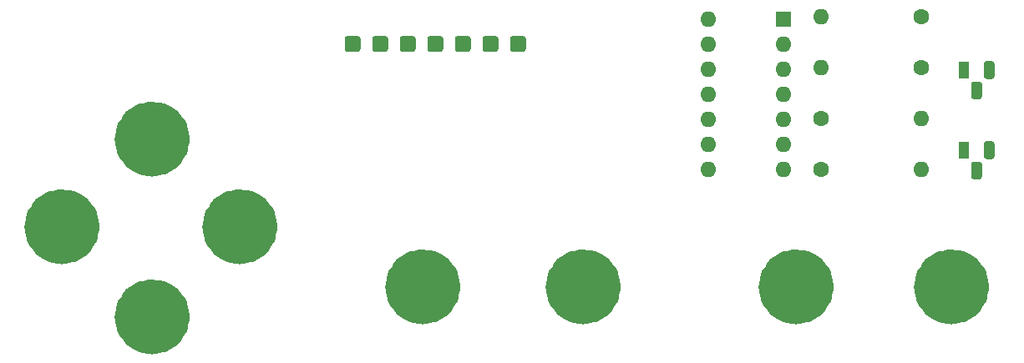
<source format=gts>
%TF.GenerationSoftware,KiCad,Pcbnew,(5.1.10)-1*%
%TF.CreationDate,2021-06-16T14:50:00-05:00*%
%TF.ProjectId,nes-c64,6e65732d-6336-4342-9e6b-696361645f70,rev?*%
%TF.SameCoordinates,Original*%
%TF.FileFunction,Soldermask,Top*%
%TF.FilePolarity,Negative*%
%FSLAX46Y46*%
G04 Gerber Fmt 4.6, Leading zero omitted, Abs format (unit mm)*
G04 Created by KiCad (PCBNEW (5.1.10)-1) date 2021-06-16 14:50:00*
%MOMM*%
%LPD*%
G01*
G04 APERTURE LIST*
%ADD10C,3.810000*%
%ADD11O,1.600000X1.600000*%
%ADD12R,1.600000X1.600000*%
%ADD13R,1.100000X1.800000*%
%ADD14C,1.600000*%
G04 APERTURE END LIST*
D10*
%TO.C,SW1*%
X97155000Y-98552000D02*
G75*
G03*
X97155000Y-98552000I-1905000J0D01*
G01*
%TO.C,SW2*%
X106299000Y-89662000D02*
G75*
G03*
X106299000Y-89662000I-1905000J0D01*
G01*
%TO.C,SW3*%
X106299000Y-107696000D02*
G75*
G03*
X106299000Y-107696000I-1905000J0D01*
G01*
%TO.C,SW4*%
X115189000Y-98552000D02*
G75*
G03*
X115189000Y-98552000I-1905000J0D01*
G01*
%TO.C,SW5*%
X133731000Y-104648000D02*
G75*
G03*
X133731000Y-104648000I-1905000J0D01*
G01*
%TO.C,SW6*%
X149987000Y-104648000D02*
G75*
G03*
X149987000Y-104648000I-1905000J0D01*
G01*
%TO.C,SW7*%
X171577000Y-104648000D02*
G75*
G03*
X171577000Y-104648000I-1905000J0D01*
G01*
%TO.C,SW8*%
X187325000Y-104648000D02*
G75*
G03*
X187325000Y-104648000I-1905000J0D01*
G01*
%TD*%
D11*
%TO.C,U1*%
X160782000Y-77470000D03*
X168402000Y-92710000D03*
X160782000Y-80010000D03*
X168402000Y-90170000D03*
X160782000Y-82550000D03*
X168402000Y-87630000D03*
X160782000Y-85090000D03*
X168402000Y-85090000D03*
X160782000Y-87630000D03*
X168402000Y-82550000D03*
X160782000Y-90170000D03*
X168402000Y-80010000D03*
X160782000Y-92710000D03*
D12*
X168402000Y-77470000D03*
%TD*%
D13*
%TO.C,Q2*%
X186690000Y-90786000D03*
G36*
G01*
X188680000Y-91411000D02*
X188680000Y-90161000D01*
G75*
G02*
X188955000Y-89886000I275000J0D01*
G01*
X189505000Y-89886000D01*
G75*
G02*
X189780000Y-90161000I0J-275000D01*
G01*
X189780000Y-91411000D01*
G75*
G02*
X189505000Y-91686000I-275000J0D01*
G01*
X188955000Y-91686000D01*
G75*
G02*
X188680000Y-91411000I0J275000D01*
G01*
G37*
G36*
G01*
X187410000Y-93481000D02*
X187410000Y-92231000D01*
G75*
G02*
X187685000Y-91956000I275000J0D01*
G01*
X188235000Y-91956000D01*
G75*
G02*
X188510000Y-92231000I0J-275000D01*
G01*
X188510000Y-93481000D01*
G75*
G02*
X188235000Y-93756000I-275000J0D01*
G01*
X187685000Y-93756000D01*
G75*
G02*
X187410000Y-93481000I0J275000D01*
G01*
G37*
%TD*%
%TO.C,Q1*%
X186690000Y-82658000D03*
G36*
G01*
X188680000Y-83283000D02*
X188680000Y-82033000D01*
G75*
G02*
X188955000Y-81758000I275000J0D01*
G01*
X189505000Y-81758000D01*
G75*
G02*
X189780000Y-82033000I0J-275000D01*
G01*
X189780000Y-83283000D01*
G75*
G02*
X189505000Y-83558000I-275000J0D01*
G01*
X188955000Y-83558000D01*
G75*
G02*
X188680000Y-83283000I0J275000D01*
G01*
G37*
G36*
G01*
X187410000Y-85353000D02*
X187410000Y-84103000D01*
G75*
G02*
X187685000Y-83828000I275000J0D01*
G01*
X188235000Y-83828000D01*
G75*
G02*
X188510000Y-84103000I0J-275000D01*
G01*
X188510000Y-85353000D01*
G75*
G02*
X188235000Y-85628000I-275000J0D01*
G01*
X187685000Y-85628000D01*
G75*
G02*
X187410000Y-85353000I0J275000D01*
G01*
G37*
%TD*%
D14*
%TO.C,R1*%
X182372000Y-77216000D03*
D11*
X172212000Y-77216000D03*
%TD*%
%TO.C,J1*%
G36*
G01*
X123914000Y-80560000D02*
X123914000Y-79460000D01*
G75*
G02*
X124164000Y-79210000I250000J0D01*
G01*
X125264000Y-79210000D01*
G75*
G02*
X125514000Y-79460000I0J-250000D01*
G01*
X125514000Y-80560000D01*
G75*
G02*
X125264000Y-80810000I-250000J0D01*
G01*
X124164000Y-80810000D01*
G75*
G02*
X123914000Y-80560000I0J250000D01*
G01*
G37*
%TD*%
%TO.C,J2*%
G36*
G01*
X126708000Y-80560000D02*
X126708000Y-79460000D01*
G75*
G02*
X126958000Y-79210000I250000J0D01*
G01*
X128058000Y-79210000D01*
G75*
G02*
X128308000Y-79460000I0J-250000D01*
G01*
X128308000Y-80560000D01*
G75*
G02*
X128058000Y-80810000I-250000J0D01*
G01*
X126958000Y-80810000D01*
G75*
G02*
X126708000Y-80560000I0J250000D01*
G01*
G37*
%TD*%
%TO.C,J3*%
G36*
G01*
X129502000Y-80560000D02*
X129502000Y-79460000D01*
G75*
G02*
X129752000Y-79210000I250000J0D01*
G01*
X130852000Y-79210000D01*
G75*
G02*
X131102000Y-79460000I0J-250000D01*
G01*
X131102000Y-80560000D01*
G75*
G02*
X130852000Y-80810000I-250000J0D01*
G01*
X129752000Y-80810000D01*
G75*
G02*
X129502000Y-80560000I0J250000D01*
G01*
G37*
%TD*%
%TO.C,J4*%
G36*
G01*
X132296000Y-80560000D02*
X132296000Y-79460000D01*
G75*
G02*
X132546000Y-79210000I250000J0D01*
G01*
X133646000Y-79210000D01*
G75*
G02*
X133896000Y-79460000I0J-250000D01*
G01*
X133896000Y-80560000D01*
G75*
G02*
X133646000Y-80810000I-250000J0D01*
G01*
X132546000Y-80810000D01*
G75*
G02*
X132296000Y-80560000I0J250000D01*
G01*
G37*
%TD*%
%TO.C,J5*%
G36*
G01*
X135090000Y-80560000D02*
X135090000Y-79460000D01*
G75*
G02*
X135340000Y-79210000I250000J0D01*
G01*
X136440000Y-79210000D01*
G75*
G02*
X136690000Y-79460000I0J-250000D01*
G01*
X136690000Y-80560000D01*
G75*
G02*
X136440000Y-80810000I-250000J0D01*
G01*
X135340000Y-80810000D01*
G75*
G02*
X135090000Y-80560000I0J250000D01*
G01*
G37*
%TD*%
%TO.C,J6*%
G36*
G01*
X137884000Y-80560000D02*
X137884000Y-79460000D01*
G75*
G02*
X138134000Y-79210000I250000J0D01*
G01*
X139234000Y-79210000D01*
G75*
G02*
X139484000Y-79460000I0J-250000D01*
G01*
X139484000Y-80560000D01*
G75*
G02*
X139234000Y-80810000I-250000J0D01*
G01*
X138134000Y-80810000D01*
G75*
G02*
X137884000Y-80560000I0J250000D01*
G01*
G37*
%TD*%
%TO.C,J7*%
G36*
G01*
X140678000Y-80560000D02*
X140678000Y-79460000D01*
G75*
G02*
X140928000Y-79210000I250000J0D01*
G01*
X142028000Y-79210000D01*
G75*
G02*
X142278000Y-79460000I0J-250000D01*
G01*
X142278000Y-80560000D01*
G75*
G02*
X142028000Y-80810000I-250000J0D01*
G01*
X140928000Y-80810000D01*
G75*
G02*
X140678000Y-80560000I0J250000D01*
G01*
G37*
%TD*%
%TO.C,R2*%
X172212000Y-82380666D03*
D14*
X182372000Y-82380666D03*
%TD*%
D11*
%TO.C,R3*%
X182372000Y-87545332D03*
D14*
X172212000Y-87545332D03*
%TD*%
%TO.C,R4*%
X172212000Y-92710000D03*
D11*
X182372000Y-92710000D03*
%TD*%
M02*

</source>
